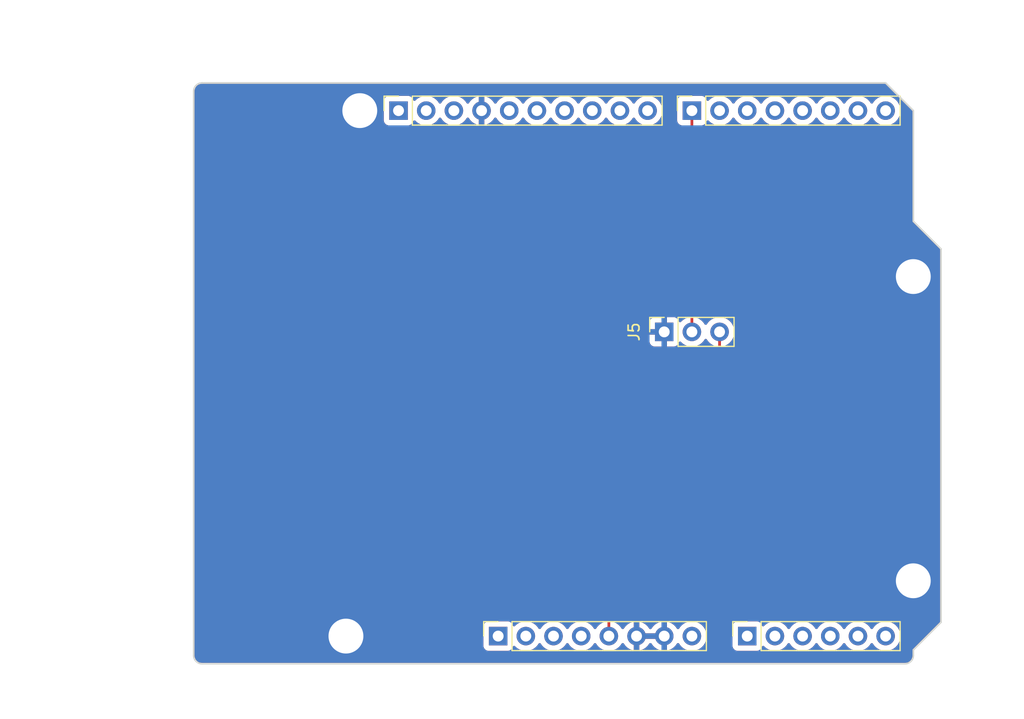
<source format=kicad_pcb>
(kicad_pcb (version 20221018) (generator pcbnew)
  (title_block (date "mar. 31 mars 2015"))
  (layers (0 "F.Cu" signal) (31 "B.Cu" signal) (34 "B.Paste" user) (35 "F.Paste" user) (36 "B.SilkS" user "B.Silkscreen") (37 "F.SilkS" user "F.Silkscreen") (38 "B.Mask" user) (39 "F.Mask" user) (44 "Edge.Cuts" user))
  (net 0 "")
  (net 1 "GND")
  (net 3 "+5V")
  (net 4 "/IOREF")
  (net 5 "/A0")
  (net 6 "/A1")
  (net 7 "/A2")
  (net 8 "/A3")
  (net 9 "/SDA{slash}A4")
  (net 10 "/SCL{slash}A5")
  (net 11 "/13")
  (net 12 "/12")
  (net 13 "/AREF")
  (net 14 "/8")
  (net 15 "/7")
  (net 16 "/*11")
  (net 17 "/*10")
  (net 18 "/*9")
  (net 19 "/4")
  (net 20 "/2")
  (net 21 "/*6")
  (net 22 "/*5")
  (net 23 "/TX{slash}1")
  (net 24 "/*3")
  (net 25 "/RX{slash}0")
  (net 26 "+3V3")
  (net 27 "VCC")
  (net 28 "/~{RESET}")
  (footprint "Connector_PinSocket_2.54mm:PinSocket_1x08_P2.54mm_Vertical" (layer "F.Cu") (at 127.94 97.46 90)
    (fp_text reference "J1" hide)
    (fp_text value "Power")
    (fp_line (start -1.33 1.27) (end -1.33 19.11) (stroke (width 0.12)) (layer "F.SilkS"))
    (fp_line (start -1.33 1.27) (end 1.33 1.27) (stroke (width 0.12)) (layer "F.SilkS"))
    (fp_line (start -1.33 19.11) (end 1.33 19.11) (stroke (width 0.12)) (layer "F.SilkS"))
    (fp_line (start 0 -1.33) (end 1.33 -1.33) (stroke (width 0.12)) (layer "F.SilkS"))
    (fp_line (start 1.33 -1.33) (end 1.33 0) (stroke (width 0.12)) (layer "F.SilkS"))
    (fp_line (start 1.33 1.27) (end 1.33 19.11) (stroke (width 0.12)) (layer "F.SilkS"))
    (pad "1" thru_hole rect locked (at 0 0 90) (size 1.7 1.7) (drill 1) (layers "*.Cu" "*.Mask"))
    (pad "2" thru_hole oval locked (at 0 2.54 90) (size 1.7 1.7) (drill 1) (layers "*.Cu" "*.Mask") (net 4 "/IOREF"))
    (pad "3" thru_hole oval locked (at 0 5.08 90) (size 1.7 1.7) (drill 1) (layers "*.Cu" "*.Mask") (net 28 "/~{RESET}"))
    (pad "4" thru_hole oval locked (at 0 7.62 90) (size 1.7 1.7) (drill 1) (layers "*.Cu" "*.Mask") (net 26 "+3V3"))
    (pad "5" thru_hole oval locked (at 0 10.16 90) (size 1.7 1.7) (drill 1) (layers "*.Cu" "*.Mask") (net 3 "+5V"))
    (pad "6" thru_hole oval locked (at 0 12.7 90) (size 1.7 1.7) (drill 1) (layers "*.Cu" "*.Mask") (net 1 "GND"))
    (pad "7" thru_hole oval locked (at 0 15.24 90) (size 1.7 1.7) (drill 1) (layers "*.Cu" "*.Mask") (net 1 "GND"))
    (pad "8" thru_hole oval locked (at 0 17.78 90) (size 1.7 1.7) (drill 1) (layers "*.Cu" "*.Mask") (net 27 "VCC"))
  )
  (footprint "Connector_PinSocket_2.54mm:PinSocket_1x06_P2.54mm_Vertical" (layer "F.Cu") (at 150.8 97.46 90)
    (fp_text reference "J3" hide)
    (fp_text value "Analog")
    (fp_line (start -1.33 1.27) (end -1.33 14.03) (stroke (width 0.12)) (layer "F.SilkS"))
    (fp_line (start -1.33 1.27) (end 1.33 1.27) (stroke (width 0.12)) (layer "F.SilkS"))
    (fp_line (start -1.33 14.03) (end 1.33 14.03) (stroke (width 0.12)) (layer "F.SilkS"))
    (fp_line (start 0 -1.33) (end 1.33 -1.33) (stroke (width 0.12)) (layer "F.SilkS"))
    (fp_line (start 1.33 -1.33) (end 1.33 0) (stroke (width 0.12)) (layer "F.SilkS"))
    (fp_line (start 1.33 1.27) (end 1.33 14.03) (stroke (width 0.12)) (layer "F.SilkS"))
    (pad "1" thru_hole rect locked (at 0 0 90) (size 1.7 1.7) (drill 1) (layers "*.Cu" "*.Mask") (net 5 "/A0"))
    (pad "2" thru_hole oval locked (at 0 2.54 90) (size 1.7 1.7) (drill 1) (layers "*.Cu" "*.Mask") (net 6 "/A1"))
    (pad "3" thru_hole oval locked (at 0 5.08 90) (size 1.7 1.7) (drill 1) (layers "*.Cu" "*.Mask") (net 7 "/A2"))
    (pad "4" thru_hole oval locked (at 0 7.62 90) (size 1.7 1.7) (drill 1) (layers "*.Cu" "*.Mask") (net 8 "/A3"))
    (pad "5" thru_hole oval locked (at 0 10.16 90) (size 1.7 1.7) (drill 1) (layers "*.Cu" "*.Mask") (net 9 "/SDA{slash}A4"))
    (pad "6" thru_hole oval locked (at 0 12.7 90) (size 1.7 1.7) (drill 1) (layers "*.Cu" "*.Mask") (net 10 "/SCL{slash}A5"))
  )
  (footprint "Connector_PinSocket_2.54mm:PinSocket_1x10_P2.54mm_Vertical" (layer "F.Cu") (at 118.796 49.2 90)
    (fp_text reference "J2" hide)
    (fp_text value "Digital/PWM")
    (fp_line (start -1.33 1.27) (end -1.33 24.19) (stroke (width 0.12)) (layer "F.SilkS"))
    (fp_line (start -1.33 1.27) (end 1.33 1.27) (stroke (width 0.12)) (layer "F.SilkS"))
    (fp_line (start -1.33 24.19) (end 1.33 24.19) (stroke (width 0.12)) (layer "F.SilkS"))
    (fp_line (start 0 -1.33) (end 1.33 -1.33) (stroke (width 0.12)) (layer "F.SilkS"))
    (fp_line (start 1.33 -1.33) (end 1.33 0) (stroke (width 0.12)) (layer "F.SilkS"))
    (fp_line (start 1.33 1.27) (end 1.33 24.19) (stroke (width 0.12)) (layer "F.SilkS"))
    (pad "1" thru_hole rect locked (at 0 0 90) (size 1.7 1.7) (drill 1) (layers "*.Cu" "*.Mask") (net 10 "/SCL{slash}A5"))
    (pad "2" thru_hole oval locked (at 0 2.54 90) (size 1.7 1.7) (drill 1) (layers "*.Cu" "*.Mask") (net 9 "/SDA{slash}A4"))
    (pad "3" thru_hole oval locked (at 0 5.08 90) (size 1.7 1.7) (drill 1) (layers "*.Cu" "*.Mask") (net 13 "/AREF"))
    (pad "4" thru_hole oval locked (at 0 7.62 90) (size 1.7 1.7) (drill 1) (layers "*.Cu" "*.Mask") (net 1 "GND"))
    (pad "5" thru_hole oval locked (at 0 10.16 90) (size 1.7 1.7) (drill 1) (layers "*.Cu" "*.Mask") (net 11 "/13"))
    (pad "6" thru_hole oval locked (at 0 12.7 90) (size 1.7 1.7) (drill 1) (layers "*.Cu" "*.Mask") (net 12 "/12"))
    (pad "7" thru_hole oval locked (at 0 15.24 90) (size 1.7 1.7) (drill 1) (layers "*.Cu" "*.Mask") (net 16 "/*11"))
    (pad "8" thru_hole oval locked (at 0 17.78 90) (size 1.7 1.7) (drill 1) (layers "*.Cu" "*.Mask") (net 17 "/*10"))
    (pad "9" thru_hole oval locked (at 0 20.32 90) (size 1.7 1.7) (drill 1) (layers "*.Cu" "*.Mask") (net 18 "/*9"))
    (pad "10" thru_hole oval locked (at 0 22.86 90) (size 1.7 1.7) (drill 1) (layers "*.Cu" "*.Mask") (net 14 "/8"))
  )
  (footprint "Connector_PinSocket_2.54mm:PinSocket_1x08_P2.54mm_Vertical" (layer "F.Cu") (at 145.72 49.2 90)
    (fp_text reference "J4" hide)
    (fp_text value "Digital/PWM")
    (fp_line (start -1.33 1.27) (end -1.33 19.11) (stroke (width 0.12)) (layer "F.SilkS"))
    (fp_line (start -1.33 1.27) (end 1.33 1.27) (stroke (width 0.12)) (layer "F.SilkS"))
    (fp_line (start -1.33 19.11) (end 1.33 19.11) (stroke (width 0.12)) (layer "F.SilkS"))
    (fp_line (start 0 -1.33) (end 1.33 -1.33) (stroke (width 0.12)) (layer "F.SilkS"))
    (fp_line (start 1.33 -1.33) (end 1.33 0) (stroke (width 0.12)) (layer "F.SilkS"))
    (fp_line (start 1.33 1.27) (end 1.33 19.11) (stroke (width 0.12)) (layer "F.SilkS"))
    (pad "1" thru_hole rect locked (at 0 0 90) (size 1.7 1.7) (drill 1) (layers "*.Cu" "*.Mask") (net 15 "/7"))
    (pad "2" thru_hole oval locked (at 0 2.54 90) (size 1.7 1.7) (drill 1) (layers "*.Cu" "*.Mask") (net 21 "/*6"))
    (pad "3" thru_hole oval locked (at 0 5.08 90) (size 1.7 1.7) (drill 1) (layers "*.Cu" "*.Mask") (net 22 "/*5"))
    (pad "4" thru_hole oval locked (at 0 7.62 90) (size 1.7 1.7) (drill 1) (layers "*.Cu" "*.Mask") (net 19 "/4"))
    (pad "5" thru_hole oval locked (at 0 10.16 90) (size 1.7 1.7) (drill 1) (layers "*.Cu" "*.Mask") (net 24 "/*3"))
    (pad "6" thru_hole oval locked (at 0 12.7 90) (size 1.7 1.7) (drill 1) (layers "*.Cu" "*.Mask") (net 20 "/2"))
    (pad "7" thru_hole oval locked (at 0 15.24 90) (size 1.7 1.7) (drill 1) (layers "*.Cu" "*.Mask") (net 23 "/TX{slash}1"))
    (pad "8" thru_hole oval locked (at 0 17.78 90) (size 1.7 1.7) (drill 1) (layers "*.Cu" "*.Mask") (net 25 "/RX{slash}0"))
  )
  (footprint "Arduino_MountingHole:MountingHole_3.2mm" (layer "F.Cu") (at 115.24 49.2)
    (fp_text reference "MH1" hide)
    (fp_text value "MountingHole_3.2mm" hide)
    (pad "" np_thru_hole circle locked (at 0 0) (size 3.2 3.2) (drill 3.2) (layers "*.Cu" "*.Mask"))
  )
  (footprint "Connector_PinSocket_2.54mm:PinSocket_1x03_P2.54mm_Vertical" (layer "F.Cu") (at 143.18 69.52 90)
    (fp_text reference "J5" (at 0 -2.77 90) (layer "F.SilkS"))
    (fp_text value "Conn_01x03")
    (fp_line (start -1.33 1.27) (end -1.33 6.41) (stroke (width 0.12)) (layer "F.SilkS"))
    (fp_line (start -1.33 1.27) (end 1.33 1.27) (stroke (width 0.12)) (layer "F.SilkS"))
    (fp_line (start -1.33 6.41) (end 1.33 6.41) (stroke (width 0.12)) (layer "F.SilkS"))
    (fp_line (start 0 -1.33) (end 1.33 -1.33) (stroke (width 0.12)) (layer "F.SilkS"))
    (fp_line (start 1.33 -1.33) (end 1.33 0) (stroke (width 0.12)) (layer "F.SilkS"))
    (fp_line (start 1.33 1.27) (end 1.33 6.41) (stroke (width 0.12)) (layer "F.SilkS"))
    (pad "1" thru_hole rect (at 0 0 90) (size 1.7 1.7) (drill 1) (layers "*.Cu" "*.Mask") (net 1 "GND"))
    (pad "2" thru_hole oval (at 0 2.54 90) (size 1.7 1.7) (drill 1) (layers "*.Cu" "*.Mask") (net 15 "/7"))
    (pad "3" thru_hole oval (at 0 5.08 90) (size 1.7 1.7) (drill 1) (layers "*.Cu" "*.Mask") (net 3 "+5V"))
  )
  (footprint "Arduino_MountingHole:MountingHole_3.2mm" (layer "F.Cu") (at 113.97 97.46)
    (fp_text reference "MH2" hide)
    (fp_text value "MountingHole_3.2mm" hide)
    (pad "" np_thru_hole circle locked (at 0 0) (size 3.2 3.2) (drill 3.2) (layers "*.Cu" "*.Mask"))
  )
  (footprint "Arduino_MountingHole:MountingHole_3.2mm" (layer "F.Cu") (at 166.04 64.44)
    (fp_text reference "MH3" hide)
    (fp_text value "MountingHole_3.2mm" hide)
    (pad "" np_thru_hole circle locked (at 0 0) (size 3.2 3.2) (drill 3.2) (layers "*.Cu" "*.Mask"))
  )
  (footprint "Arduino_MountingHole:MountingHole_3.2mm" (layer "F.Cu") (at 166.04 92.38)
    (fp_text reference "MH4" hide)
    (fp_text value "MountingHole_3.2mm" hide)
    (pad "" np_thru_hole circle locked (at 0 0) (size 3.2 3.2) (drill 3.2) (layers "*.Cu" "*.Mask"))
  )
  (gr_line (start 166.04 59.36) (end 168.58 61.9) (stroke (width 0.15)) (layer "Edge.Cuts"))
  (gr_line (start 100 99.238) (end 100 47.422) (stroke (width 0.15)) (layer "Edge.Cuts"))
  (gr_line (start 168.58 61.9) (end 168.58 96.19) (stroke (width 0.15)) (layer "Edge.Cuts"))
  (gr_line (start 165.278 100) (end 100.762 100) (stroke (width 0.15)) (layer "Edge.Cuts"))
  (gr_line (start 100.762 46.66) (end 163.5 46.66) (stroke (width 0.15)) (layer "Edge.Cuts"))
  (gr_arc (start 100.762 100) (mid 100.223185 99.776815) (end 100 99.238) (stroke (width 0.15)) (layer "Edge.Cuts"))
  (gr_line (start 168.58 96.19) (end 166.04 98.73) (stroke (width 0.15)) (layer "Edge.Cuts"))
  (gr_line (start 163.5 46.66) (end 166.04 49.2) (stroke (width 0.15)) (layer "Edge.Cuts"))
  (gr_arc (start 166.04 99.238) (mid 165.816815 99.776815) (end 165.278 100) (stroke (width 0.15)) (layer "Edge.Cuts"))
  (gr_line (start 166.04 49.2) (end 166.04 59.36) (stroke (width 0.15)) (layer "Edge.Cuts"))
  (gr_line (start 166.04 98.73) (end 166.04 99.238) (stroke (width 0.15)) (layer "Edge.Cuts"))
  (gr_arc (start 100 47.422) (mid 100.223185 46.883185) (end 100.762 46.66) (stroke (width 0.15)) (layer "Edge.Cuts"))
  (segment (start 148.26 69.52) (end 148.26 77.14) (width 0.25) (layer "F.Cu") (net 3))
  (segment (start 138.1 77.14) (end 138.1 97.46) (width 0.25) (layer "F.Cu") (net 3))
  (segment (start 148.26 77.14) (end 138.1 77.14) (width 0.25) (layer "F.Cu") (net 3))
  (segment (start 145.72 49.2) (end 145.72 69.52) (width 0.25) (layer "F.Cu") (net 15))
  (zone (net 1) (net_name "GND") (layers "F&B.Cu") (connect_pads (clearance 0.508)) (min_thickness 0.25) (fill yes (thermal_gap 0.5) (thermal_bridge_width 0.5))
    (polygon (pts (xy 82.22 39.04) (xy 82.22 105.08) (xy 176.2 105.08) (xy 176.2 39.04)))
  )
)
</source>
